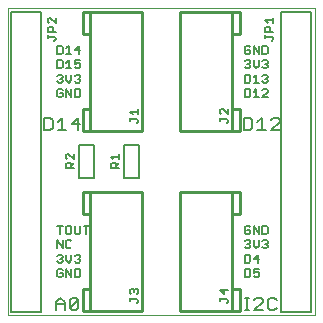
<source format=gto>
G75*
%MOIN*%
%OFA0B0*%
%FSLAX25Y25*%
%IPPOS*%
%LPD*%
%AMOC8*
5,1,8,0,0,1.08239X$1,22.5*
%
%ADD10C,0.00000*%
%ADD11C,0.00800*%
%ADD12C,0.00500*%
%ADD13C,0.01000*%
D10*
X0001000Y0001750D02*
X0001000Y0104211D01*
X0103500Y0104250D01*
X0103500Y0001750D01*
X0001000Y0001750D01*
D11*
X0017150Y0003400D02*
X0017150Y0006202D01*
X0018551Y0007604D01*
X0019952Y0006202D01*
X0019952Y0003400D01*
X0021754Y0004101D02*
X0024556Y0006903D01*
X0024556Y0004101D01*
X0023856Y0003400D01*
X0022455Y0003400D01*
X0021754Y0004101D01*
X0021754Y0006903D01*
X0022455Y0007604D01*
X0023856Y0007604D01*
X0024556Y0006903D01*
X0019952Y0005502D02*
X0017150Y0005502D01*
X0017754Y0063400D02*
X0020556Y0063400D01*
X0019155Y0063400D02*
X0019155Y0067604D01*
X0017754Y0066202D01*
X0015952Y0066903D02*
X0015252Y0067604D01*
X0013150Y0067604D01*
X0013150Y0063400D01*
X0015252Y0063400D01*
X0015952Y0064101D01*
X0015952Y0066903D01*
X0022358Y0065502D02*
X0025160Y0065502D01*
X0024460Y0063400D02*
X0024460Y0067604D01*
X0022358Y0065502D01*
X0079650Y0067604D02*
X0079650Y0063400D01*
X0081752Y0063400D01*
X0082452Y0064101D01*
X0082452Y0066903D01*
X0081752Y0067604D01*
X0079650Y0067604D01*
X0084254Y0066202D02*
X0085655Y0067604D01*
X0085655Y0063400D01*
X0084254Y0063400D02*
X0087056Y0063400D01*
X0088858Y0063400D02*
X0091660Y0066202D01*
X0091660Y0066903D01*
X0090960Y0067604D01*
X0089558Y0067604D01*
X0088858Y0066903D01*
X0088858Y0063400D02*
X0091660Y0063400D01*
X0089925Y0007604D02*
X0088524Y0007604D01*
X0087823Y0006903D01*
X0087823Y0004101D01*
X0088524Y0003400D01*
X0089925Y0003400D01*
X0090626Y0004101D01*
X0090626Y0006903D02*
X0089925Y0007604D01*
X0086022Y0006903D02*
X0086022Y0006202D01*
X0083219Y0003400D01*
X0086022Y0003400D01*
X0086022Y0006903D02*
X0085321Y0007604D01*
X0083920Y0007604D01*
X0083219Y0006903D01*
X0081551Y0007604D02*
X0080150Y0007604D01*
X0080851Y0007604D02*
X0080851Y0003400D01*
X0081551Y0003400D02*
X0080150Y0003400D01*
D12*
X0074500Y0006200D02*
X0074500Y0006651D01*
X0074050Y0007101D01*
X0071798Y0007101D01*
X0071798Y0006651D02*
X0071798Y0007552D01*
X0073149Y0008697D02*
X0073149Y0010498D01*
X0074500Y0010048D02*
X0071798Y0010048D01*
X0073149Y0008697D01*
X0074500Y0006200D02*
X0074050Y0005750D01*
X0071187Y0003315D02*
X0063313Y0003315D01*
X0080000Y0014500D02*
X0081351Y0014500D01*
X0081802Y0014950D01*
X0081802Y0016752D01*
X0081351Y0017202D01*
X0080000Y0017202D01*
X0080000Y0014500D01*
X0082947Y0014950D02*
X0083397Y0014500D01*
X0084298Y0014500D01*
X0084748Y0014950D01*
X0084748Y0015851D01*
X0084298Y0016302D01*
X0083847Y0016302D01*
X0082947Y0015851D01*
X0082947Y0017202D01*
X0084748Y0017202D01*
X0084298Y0019300D02*
X0084298Y0022002D01*
X0082947Y0020651D01*
X0084748Y0020651D01*
X0081802Y0019750D02*
X0081802Y0021552D01*
X0081351Y0022002D01*
X0080000Y0022002D01*
X0080000Y0019300D01*
X0081351Y0019300D01*
X0081802Y0019750D01*
X0081351Y0024100D02*
X0080450Y0024100D01*
X0080000Y0024550D01*
X0080901Y0025451D02*
X0081351Y0025451D01*
X0081802Y0025001D01*
X0081802Y0024550D01*
X0081351Y0024100D01*
X0081351Y0025451D02*
X0081802Y0025902D01*
X0081802Y0026352D01*
X0081351Y0026802D01*
X0080450Y0026802D01*
X0080000Y0026352D01*
X0080450Y0028900D02*
X0081351Y0028900D01*
X0081802Y0029350D01*
X0081802Y0030251D01*
X0080901Y0030251D01*
X0081802Y0031152D02*
X0081351Y0031602D01*
X0080450Y0031602D01*
X0080000Y0031152D01*
X0080000Y0029350D01*
X0080450Y0028900D01*
X0082947Y0028900D02*
X0082947Y0031602D01*
X0084748Y0028900D01*
X0084748Y0031602D01*
X0085893Y0031602D02*
X0087244Y0031602D01*
X0087695Y0031152D01*
X0087695Y0029350D01*
X0087244Y0028900D01*
X0085893Y0028900D01*
X0085893Y0031602D01*
X0086343Y0026802D02*
X0087244Y0026802D01*
X0087695Y0026352D01*
X0087695Y0025902D01*
X0087244Y0025451D01*
X0087695Y0025001D01*
X0087695Y0024550D01*
X0087244Y0024100D01*
X0086343Y0024100D01*
X0085893Y0024550D01*
X0084748Y0025001D02*
X0084748Y0026802D01*
X0085893Y0026352D02*
X0086343Y0026802D01*
X0086794Y0025451D02*
X0087244Y0025451D01*
X0084748Y0025001D02*
X0083847Y0024100D01*
X0082947Y0025001D01*
X0082947Y0026802D01*
X0092250Y0003000D02*
X0092250Y0103000D01*
X0102250Y0103000D01*
X0102250Y0003000D01*
X0092250Y0003000D01*
X0044500Y0006200D02*
X0044500Y0006651D01*
X0044050Y0007101D01*
X0041798Y0007101D01*
X0041798Y0006651D02*
X0041798Y0007552D01*
X0042248Y0008697D02*
X0041798Y0009147D01*
X0041798Y0010048D01*
X0042248Y0010498D01*
X0042698Y0010498D01*
X0043149Y0010048D01*
X0043599Y0010498D01*
X0044050Y0010498D01*
X0044500Y0010048D01*
X0044500Y0009147D01*
X0044050Y0008697D01*
X0043149Y0009597D02*
X0043149Y0010048D01*
X0044500Y0006200D02*
X0044050Y0005750D01*
X0025195Y0014950D02*
X0025195Y0016752D01*
X0024744Y0017202D01*
X0023393Y0017202D01*
X0023393Y0014500D01*
X0024744Y0014500D01*
X0025195Y0014950D01*
X0022248Y0014500D02*
X0022248Y0017202D01*
X0020447Y0017202D02*
X0022248Y0014500D01*
X0020447Y0014500D02*
X0020447Y0017202D01*
X0019302Y0016752D02*
X0018851Y0017202D01*
X0017950Y0017202D01*
X0017500Y0016752D01*
X0017500Y0014950D01*
X0017950Y0014500D01*
X0018851Y0014500D01*
X0019302Y0014950D01*
X0019302Y0015851D01*
X0018401Y0015851D01*
X0018851Y0019300D02*
X0017950Y0019300D01*
X0017500Y0019750D01*
X0018401Y0020651D02*
X0018851Y0020651D01*
X0019302Y0020201D01*
X0019302Y0019750D01*
X0018851Y0019300D01*
X0018851Y0020651D02*
X0019302Y0021102D01*
X0019302Y0021552D01*
X0018851Y0022002D01*
X0017950Y0022002D01*
X0017500Y0021552D01*
X0017500Y0024100D02*
X0017500Y0026802D01*
X0019302Y0024100D01*
X0019302Y0026802D01*
X0020447Y0026352D02*
X0020447Y0024550D01*
X0020897Y0024100D01*
X0021798Y0024100D01*
X0022248Y0024550D01*
X0022248Y0026352D02*
X0021798Y0026802D01*
X0020897Y0026802D01*
X0020447Y0026352D01*
X0020897Y0028900D02*
X0021798Y0028900D01*
X0022248Y0029350D01*
X0022248Y0031152D01*
X0021798Y0031602D01*
X0020897Y0031602D01*
X0020447Y0031152D01*
X0020447Y0029350D01*
X0020897Y0028900D01*
X0018401Y0028900D02*
X0018401Y0031602D01*
X0017500Y0031602D02*
X0019302Y0031602D01*
X0023393Y0031602D02*
X0023393Y0029350D01*
X0023843Y0028900D01*
X0024744Y0028900D01*
X0025195Y0029350D01*
X0025195Y0031602D01*
X0026340Y0031602D02*
X0028141Y0031602D01*
X0027240Y0031602D02*
X0027240Y0028900D01*
X0024744Y0022002D02*
X0023843Y0022002D01*
X0023393Y0021552D01*
X0022248Y0022002D02*
X0022248Y0020201D01*
X0021347Y0019300D01*
X0020447Y0020201D01*
X0020447Y0022002D01*
X0023393Y0019750D02*
X0023843Y0019300D01*
X0024744Y0019300D01*
X0025195Y0019750D01*
X0025195Y0020201D01*
X0024744Y0020651D01*
X0024294Y0020651D01*
X0024744Y0020651D02*
X0025195Y0021102D01*
X0025195Y0021552D01*
X0024744Y0022002D01*
X0012250Y0003000D02*
X0002250Y0003000D01*
X0002250Y0103000D01*
X0012250Y0103000D01*
X0012250Y0003000D01*
X0033313Y0042685D02*
X0041187Y0042685D01*
X0039750Y0047500D02*
X0039750Y0058500D01*
X0044750Y0058500D01*
X0044750Y0047500D01*
X0039750Y0047500D01*
X0038000Y0050750D02*
X0035298Y0050750D01*
X0035298Y0052101D01*
X0035748Y0052552D01*
X0036649Y0052552D01*
X0037099Y0052101D01*
X0037099Y0050750D01*
X0037099Y0051651D02*
X0038000Y0052552D01*
X0038000Y0053697D02*
X0038000Y0055498D01*
X0038000Y0054597D02*
X0035298Y0054597D01*
X0036198Y0053697D01*
X0029750Y0058500D02*
X0029750Y0047500D01*
X0024750Y0047500D01*
X0024750Y0058500D01*
X0029750Y0058500D01*
X0023000Y0055498D02*
X0023000Y0053697D01*
X0021198Y0055498D01*
X0020748Y0055498D01*
X0020298Y0055048D01*
X0020298Y0054147D01*
X0020748Y0053697D01*
X0020748Y0052552D02*
X0021649Y0052552D01*
X0022099Y0052101D01*
X0022099Y0050750D01*
X0022099Y0051651D02*
X0023000Y0052552D01*
X0023000Y0050750D02*
X0020298Y0050750D01*
X0020298Y0052101D01*
X0020748Y0052552D01*
X0041798Y0066651D02*
X0041798Y0067552D01*
X0041798Y0067101D02*
X0044050Y0067101D01*
X0044500Y0066651D01*
X0044500Y0066200D01*
X0044050Y0065750D01*
X0044500Y0068697D02*
X0044500Y0070498D01*
X0044500Y0069597D02*
X0041798Y0069597D01*
X0042698Y0068697D01*
X0025195Y0074950D02*
X0025195Y0076752D01*
X0024744Y0077202D01*
X0023393Y0077202D01*
X0023393Y0074500D01*
X0024744Y0074500D01*
X0025195Y0074950D01*
X0022248Y0074500D02*
X0022248Y0077202D01*
X0020447Y0077202D02*
X0022248Y0074500D01*
X0020447Y0074500D02*
X0020447Y0077202D01*
X0019302Y0076752D02*
X0018851Y0077202D01*
X0017950Y0077202D01*
X0017500Y0076752D01*
X0017500Y0074950D01*
X0017950Y0074500D01*
X0018851Y0074500D01*
X0019302Y0074950D01*
X0019302Y0075851D01*
X0018401Y0075851D01*
X0018851Y0079300D02*
X0017950Y0079300D01*
X0017500Y0079750D01*
X0018401Y0080651D02*
X0018851Y0080651D01*
X0019302Y0080201D01*
X0019302Y0079750D01*
X0018851Y0079300D01*
X0018851Y0080651D02*
X0019302Y0081102D01*
X0019302Y0081552D01*
X0018851Y0082002D01*
X0017950Y0082002D01*
X0017500Y0081552D01*
X0017500Y0084100D02*
X0018851Y0084100D01*
X0019302Y0084550D01*
X0019302Y0086352D01*
X0018851Y0086802D01*
X0017500Y0086802D01*
X0017500Y0084100D01*
X0020447Y0084100D02*
X0022248Y0084100D01*
X0021347Y0084100D02*
X0021347Y0086802D01*
X0020447Y0085902D01*
X0023393Y0085451D02*
X0024294Y0085902D01*
X0024744Y0085902D01*
X0025195Y0085451D01*
X0025195Y0084550D01*
X0024744Y0084100D01*
X0023843Y0084100D01*
X0023393Y0084550D01*
X0023393Y0085451D02*
X0023393Y0086802D01*
X0025195Y0086802D01*
X0024744Y0088900D02*
X0024744Y0091602D01*
X0023393Y0090251D01*
X0025195Y0090251D01*
X0022248Y0088900D02*
X0020447Y0088900D01*
X0021347Y0088900D02*
X0021347Y0091602D01*
X0020447Y0090702D01*
X0019302Y0091152D02*
X0018851Y0091602D01*
X0017500Y0091602D01*
X0017500Y0088900D01*
X0018851Y0088900D01*
X0019302Y0089350D01*
X0019302Y0091152D01*
X0017000Y0093700D02*
X0017000Y0094151D01*
X0016550Y0094601D01*
X0014298Y0094601D01*
X0014298Y0094151D02*
X0014298Y0095052D01*
X0014298Y0096197D02*
X0014298Y0097548D01*
X0014748Y0097998D01*
X0015649Y0097998D01*
X0016099Y0097548D01*
X0016099Y0096197D01*
X0017000Y0096197D02*
X0014298Y0096197D01*
X0014748Y0099143D02*
X0014298Y0099593D01*
X0014298Y0100494D01*
X0014748Y0100945D01*
X0015198Y0100945D01*
X0017000Y0099143D01*
X0017000Y0100945D01*
X0017000Y0093700D02*
X0016550Y0093250D01*
X0020447Y0082002D02*
X0020447Y0080201D01*
X0021347Y0079300D01*
X0022248Y0080201D01*
X0022248Y0082002D01*
X0023393Y0081552D02*
X0023843Y0082002D01*
X0024744Y0082002D01*
X0025195Y0081552D01*
X0025195Y0081102D01*
X0024744Y0080651D01*
X0025195Y0080201D01*
X0025195Y0079750D01*
X0024744Y0079300D01*
X0023843Y0079300D01*
X0023393Y0079750D01*
X0024294Y0080651D02*
X0024744Y0080651D01*
X0033313Y0102685D02*
X0041187Y0102685D01*
X0072248Y0070498D02*
X0071798Y0070048D01*
X0071798Y0069147D01*
X0072248Y0068697D01*
X0071798Y0067552D02*
X0071798Y0066651D01*
X0071798Y0067101D02*
X0074050Y0067101D01*
X0074500Y0066651D01*
X0074500Y0066200D01*
X0074050Y0065750D01*
X0071187Y0063315D02*
X0063313Y0063315D01*
X0072248Y0070498D02*
X0072698Y0070498D01*
X0074500Y0068697D01*
X0074500Y0070498D01*
X0080000Y0074500D02*
X0081351Y0074500D01*
X0081802Y0074950D01*
X0081802Y0076752D01*
X0081351Y0077202D01*
X0080000Y0077202D01*
X0080000Y0074500D01*
X0082947Y0074500D02*
X0084748Y0074500D01*
X0083847Y0074500D02*
X0083847Y0077202D01*
X0082947Y0076302D01*
X0085893Y0076752D02*
X0086343Y0077202D01*
X0087244Y0077202D01*
X0087695Y0076752D01*
X0087695Y0076302D01*
X0085893Y0074500D01*
X0087695Y0074500D01*
X0087244Y0079300D02*
X0086343Y0079300D01*
X0085893Y0079750D01*
X0084748Y0079300D02*
X0082947Y0079300D01*
X0083847Y0079300D02*
X0083847Y0082002D01*
X0082947Y0081102D01*
X0081802Y0081552D02*
X0081351Y0082002D01*
X0080000Y0082002D01*
X0080000Y0079300D01*
X0081351Y0079300D01*
X0081802Y0079750D01*
X0081802Y0081552D01*
X0081351Y0084100D02*
X0080450Y0084100D01*
X0080000Y0084550D01*
X0080901Y0085451D02*
X0081351Y0085451D01*
X0081802Y0085001D01*
X0081802Y0084550D01*
X0081351Y0084100D01*
X0081351Y0085451D02*
X0081802Y0085902D01*
X0081802Y0086352D01*
X0081351Y0086802D01*
X0080450Y0086802D01*
X0080000Y0086352D01*
X0080450Y0088900D02*
X0081351Y0088900D01*
X0081802Y0089350D01*
X0081802Y0090251D01*
X0080901Y0090251D01*
X0081802Y0091152D02*
X0081351Y0091602D01*
X0080450Y0091602D01*
X0080000Y0091152D01*
X0080000Y0089350D01*
X0080450Y0088900D01*
X0082947Y0088900D02*
X0082947Y0091602D01*
X0084748Y0088900D01*
X0084748Y0091602D01*
X0085893Y0091602D02*
X0087244Y0091602D01*
X0087695Y0091152D01*
X0087695Y0089350D01*
X0087244Y0088900D01*
X0085893Y0088900D01*
X0085893Y0091602D01*
X0086798Y0094151D02*
X0086798Y0095052D01*
X0086798Y0094601D02*
X0089050Y0094601D01*
X0089500Y0094151D01*
X0089500Y0093700D01*
X0089050Y0093250D01*
X0089500Y0096197D02*
X0086798Y0096197D01*
X0086798Y0097548D01*
X0087248Y0097998D01*
X0088149Y0097998D01*
X0088599Y0097548D01*
X0088599Y0096197D01*
X0087698Y0099143D02*
X0086798Y0100044D01*
X0089500Y0100044D01*
X0089500Y0099143D02*
X0089500Y0100945D01*
X0087244Y0086802D02*
X0086343Y0086802D01*
X0085893Y0086352D01*
X0084748Y0086802D02*
X0084748Y0085001D01*
X0083847Y0084100D01*
X0082947Y0085001D01*
X0082947Y0086802D01*
X0085893Y0084550D02*
X0086343Y0084100D01*
X0087244Y0084100D01*
X0087695Y0084550D01*
X0087695Y0085001D01*
X0087244Y0085451D01*
X0086794Y0085451D01*
X0087244Y0085451D02*
X0087695Y0085902D01*
X0087695Y0086352D01*
X0087244Y0086802D01*
X0087244Y0082002D02*
X0086343Y0082002D01*
X0085893Y0081552D01*
X0086794Y0080651D02*
X0087244Y0080651D01*
X0087695Y0080201D01*
X0087695Y0079750D01*
X0087244Y0079300D01*
X0087244Y0080651D02*
X0087695Y0081102D01*
X0087695Y0081552D01*
X0087244Y0082002D01*
D13*
X0078274Y0070402D02*
X0075911Y0070402D01*
X0075911Y0095598D01*
X0078274Y0095598D01*
X0078274Y0102685D01*
X0075911Y0102685D01*
X0058589Y0102685D01*
X0058589Y0063315D01*
X0075911Y0063315D01*
X0078274Y0063315D01*
X0078274Y0070402D01*
X0075911Y0070402D02*
X0075911Y0063315D01*
X0075911Y0042685D02*
X0058589Y0042685D01*
X0058589Y0003315D01*
X0075911Y0003315D01*
X0078274Y0003315D01*
X0078274Y0010402D01*
X0075911Y0010402D01*
X0075911Y0035598D01*
X0078274Y0035598D01*
X0078274Y0042685D01*
X0075911Y0042685D01*
X0075911Y0035598D01*
X0073156Y0042685D02*
X0061344Y0042685D01*
X0045911Y0042685D02*
X0045911Y0003315D01*
X0028589Y0003315D01*
X0026226Y0003315D01*
X0026226Y0010402D01*
X0028589Y0010402D01*
X0028589Y0035598D01*
X0026226Y0035598D01*
X0026226Y0042685D01*
X0028589Y0042685D01*
X0028589Y0035598D01*
X0028589Y0042685D02*
X0045911Y0042685D01*
X0045911Y0063315D02*
X0028589Y0063315D01*
X0026226Y0063315D01*
X0026226Y0070402D01*
X0028589Y0070402D01*
X0028589Y0095598D01*
X0026226Y0095598D01*
X0026226Y0102685D01*
X0028589Y0102685D01*
X0028589Y0095598D01*
X0028589Y0102685D02*
X0045911Y0102685D01*
X0045911Y0063315D01*
X0043156Y0063315D02*
X0031344Y0063315D01*
X0028589Y0063315D02*
X0028589Y0070402D01*
X0061344Y0102685D02*
X0073156Y0102685D01*
X0075911Y0102685D02*
X0075911Y0095598D01*
X0075911Y0010402D02*
X0075911Y0003315D01*
X0043156Y0003315D02*
X0031344Y0003315D01*
X0028589Y0003315D02*
X0028589Y0010402D01*
M02*

</source>
